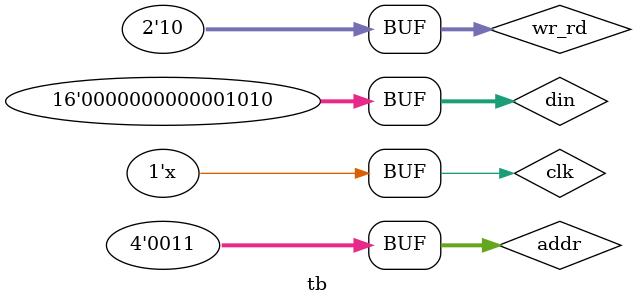
<source format=v>

module tb;
	reg clk;

initial clk = 'b0;
always #5 clk <= ~clk;

reg [1:0] wr_rd;
reg [15:0] din;
reg [3:0] addr;
wire [15:0] dout;

initial begin
	wr_rd = 'b0;
	din = 'b0;
	addr = 'b0;

	#100 wr_rd = 2'b10;
	din = 16'd10;
	addr = 16'd2;
	
	#200 wr_rd = 2'b10;
	din = 16'd20;
	addr = 16'd3;

	#290 wr_rd = 2'b01;
	din = 16'd10;
	addr = 16'd2;

	#500 wr_rd = 2'b10;
	din = 16'd10;
	addr = 16'd3;

end

wr_rd #(
	.DIW(16),
	.DOW(16),
	.ADW(4)

) the_ram(
	.clk(clk),// ram_clk
	.wr_rd(wr_rd),//wr 2'b10 , rd 2'b01
	.din(din),
	.addr(addr),
	.dout(dout)

);

endmodule 
</source>
